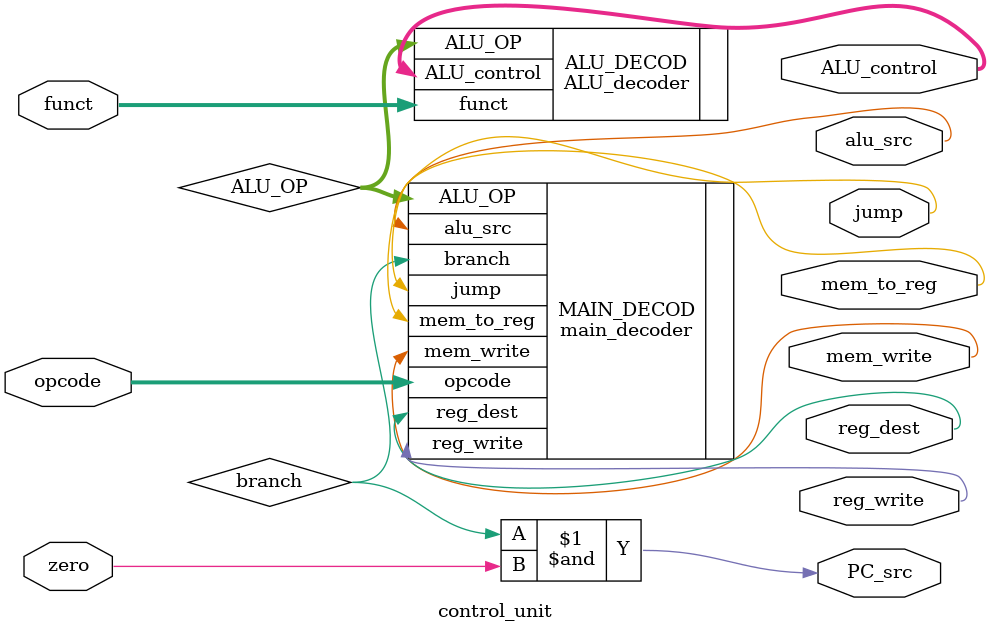
<source format=v>
module control_unit (
    input zero,
    input [5 : 0] opcode, funct,
    output jump, mem_write, reg_write, reg_dest, alu_src, mem_to_reg, PC_src,
    output [2 : 0] ALU_control
);
    
    wire branch;
    wire [1 : 0] ALU_OP;
    // main_decoder
    main_decoder MAIN_DECOD (.opcode(opcode), .ALU_OP(ALU_OP), .jump(jump), .mem_write(mem_write),
    .reg_write(reg_write), .reg_dest(reg_dest), .alu_src(alu_src), .mem_to_reg(mem_to_reg), 
    .branch(branch));

    // ALU_decoder
    ALU_decoder ALU_DECOD (.ALU_OP(ALU_OP), .funct(funct), .ALU_control(ALU_control));

    // PC_src
    assign PC_src = branch & zero;
endmodule
</source>
